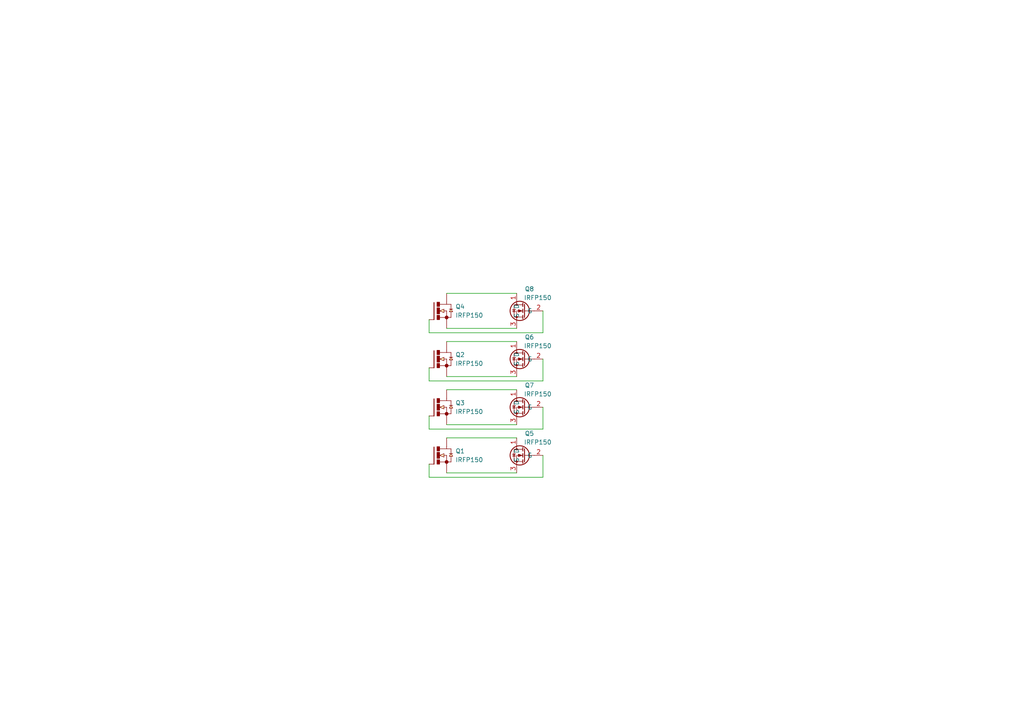
<source format=kicad_sch>
(kicad_sch (version 20211123) (generator eeschema)
  (paper "A4")
  (lib_symbols
    (symbol "Componentes proyecto:IRFP150"
      (property "Reference" "Q" (at 3.81 -2.54 0))
      (property "Value" "IRFP150" (at 6.35 0 0))
      (symbol "IRFP150_0_1"
        (circle (center -0.889 -1.27) (radius 2.794) (stroke (width 0.254)))
        (circle (center 0 -3.048) (radius 0.254) (fill (type outline)))
        (polyline (pts (xy -2.286 -1.27) (xy -5.08 -1.27)))
        (polyline (pts (xy -2.286 0.635) (xy -2.286 -3.175)) (stroke (width 0.254)))
        (polyline (pts (xy -1.778 -2.54) (xy -1.778 -3.556)) (stroke (width 0.254)))
        (polyline (pts (xy -1.778 -0.762) (xy -1.778 -1.778)) (stroke (width 0.254)))
        (polyline (pts (xy -1.778 1.016) (xy -1.778 0)) (stroke (width 0.254)))
        (polyline (pts (xy 0 1.27) (xy 0 0.508)))
        (polyline (pts (xy 0 -3.81) (xy 0 -1.27) (xy -1.778 -1.27)))
        (polyline (pts (xy -1.778 -3.048) (xy 0.762 -3.048) (xy 0.762 0.508) (xy -1.778 0.508)))
        (polyline (pts (xy -1.524 -1.27) (xy -0.508 -0.889) (xy -0.508 -1.651) (xy -1.524 -1.27)) (fill (type outline)))
        (polyline (pts (xy 0.254 -0.762) (xy 0.381 -0.889) (xy 1.143 -0.889) (xy 1.27 -1.016)))
        (polyline (pts (xy 0.762 -0.889) (xy 0.381 -1.524) (xy 1.143 -1.524) (xy 0.762 -0.889)))
        (circle (center 0 0.508) (radius 0.254) (fill (type outline)))
      )
      (symbol "IRFP150_1_1"
        (pin passive line (at 0 3.81 270) (length 2.54) (name "D") (number "1"))
        (pin input line (at -7.62 -1.27 0) (length 2.54) (name "G") (number "2"))
        (pin passive line (at 0 -6.35 90) (length 2.54) (name "S") (number "3"))
      )
    )
    (symbol "IRFP150:IRFP150" (pin_numbers hide) (pin_names (offset 1.016) hide)
      (property "Reference" "Q" (at 6.35 2.54 0))
      (property "Value" "IRFP150" (at 6.35 0 0))
      (symbol "IRFP150_0_0"
        (rectangle (start -0.254 -2.54) (end 0.508 -1.27) (fill (type outline)))
        (rectangle (start -0.254 -0.889) (end 0.508 0.889) (fill (type outline)))
        (rectangle (start -0.254 1.27) (end 0.508 2.54) (fill (type outline)))
        (polyline (pts (xy -1.1176 -2.54) (xy -2.54 -2.54)) (stroke (width 0.1524)))
        (polyline (pts (xy -1.1176 2.413) (xy -1.1176 -2.54)) (stroke (width 0.254)))
        (polyline (pts (xy 0.508 -1.905) (xy 2.54 -1.905)) (stroke (width 0.1524)))
        (polyline (pts (xy 1.651 0) (xy 2.54 0)) (stroke (width 0.1524)))
        (polyline (pts (xy 2.54 -1.905) (xy 2.54 -2.54)) (stroke (width 0.1524)))
        (polyline (pts (xy 2.54 0) (xy 2.54 -1.905)) (stroke (width 0.1524)))
        (polyline (pts (xy 2.54 1.905) (xy 0.5334 1.905)) (stroke (width 0.1524)))
        (polyline (pts (xy 2.54 2.54) (xy 2.54 1.905)) (stroke (width 0.1524)))
        (polyline (pts (xy 3.302 0.508) (xy 3.81 0.508)) (stroke (width 0.1524)))
        (polyline (pts (xy 3.81 -1.905) (xy 2.54 -1.905)) (stroke (width 0.1524)))
        (polyline (pts (xy 3.81 -1.905) (xy 3.81 -0.127)) (stroke (width 0.1524)))
        (polyline (pts (xy 3.81 0.508) (xy 3.81 1.905)) (stroke (width 0.1524)))
        (polyline (pts (xy 3.81 0.508) (xy 4.318 0.508)) (stroke (width 0.1524)))
        (polyline (pts (xy 3.81 1.905) (xy 2.54 1.905)) (stroke (width 0.1524)))
        (polyline (pts (xy 0.508 0) (xy 1.778 -0.508) (xy 1.778 0.508) (xy 0.508 0)) (stroke (width 0.1524)) (fill (type background)))
        (polyline (pts (xy 3.81 0.508) (xy 3.302 -0.254) (xy 4.318 -0.254) (xy 3.81 0.508)) (stroke (width 0.1524)) (fill (type background)))
        (circle (center 2.54 -1.905) (radius 0.127) (stroke (width 0.4064)))
        (pin passive line (at 2.54 5.08 270) (length 2.54) (name "~") (number "D"))
        (pin passive line (at -2.54 -2.54 0) (length 0) (name "~") (number "G"))
        (pin passive line (at 2.54 -5.08 90) (length 2.54) (name "~") (number "S"))
      )
    )
  )
  (wire (pts (xy 157.48 96.52) (xy 124.46 96.52)))
  (wire (pts (xy 129.54 123.19) (xy 149.86 123.19)))
  (wire (pts (xy 129.54 137.16) (xy 149.86 137.16)))
  (wire (pts (xy 157.48 124.46) (xy 124.46 124.46)))
  (wire (pts (xy 129.54 113.03) (xy 149.86 113.03)))
  (wire (pts (xy 157.48 132.08) (xy 157.48 138.43)))
  (wire (pts (xy 157.48 118.11) (xy 157.48 124.46)))
  (wire (pts (xy 124.46 110.49) (xy 124.46 106.68)))
  (wire (pts (xy 124.46 138.43) (xy 124.46 134.62)))
  (wire (pts (xy 157.48 110.49) (xy 124.46 110.49)))
  (wire (pts (xy 129.54 127) (xy 149.86 127)))
  (wire (pts (xy 157.48 138.43) (xy 124.46 138.43)))
  (wire (pts (xy 129.54 95.25) (xy 149.86 95.25)))
  (wire (pts (xy 124.46 96.52) (xy 124.46 92.71)))
  (wire (pts (xy 157.48 104.14) (xy 157.48 110.49)))
  (wire (pts (xy 129.54 109.22) (xy 149.86 109.22)))
  (wire (pts (xy 129.54 85.09) (xy 149.86 85.09)))
  (wire (pts (xy 124.46 124.46) (xy 124.46 120.65)))
  (wire (pts (xy 157.48 90.17) (xy 157.48 96.52)))
  (wire (pts (xy 129.54 99.06) (xy 149.86 99.06)))
  (symbol (lib_id "Componentes proyecto:IRFP150") (at 149.86 102.87 0) (mirror y) (unit 1)
    (property "Reference" "Q6" (at 154.94 97.79 0) (effects (justify left)))
    (property "Value" "IRFP150" (at 160.02 100.33 0) (effects (justify left)))
    (property "Footprint" "Package_TO_SOT_THT:TO-247-3_Vertical" (effects hide))
  )
  (symbol (lib_id "Componentes proyecto:IRFP150") (at 149.86 88.9 0) (mirror y) (unit 1)
    (property "Reference" "Q8" (at 154.94 83.82 0) (effects (justify left)))
    (property "Value" "IRFP150" (at 160.02 86.36 0) (effects (justify left)))
    (property "Footprint" "Package_TO_SOT_THT:TO-247-3_Vertical" (effects hide))
  )
  (symbol (lib_id "Componentes proyecto:IRFP150") (at 149.86 130.81 0) (mirror y) (unit 1)
    (property "Reference" "Q5" (at 154.94 125.73 0) (effects (justify left)))
    (property "Value" "IRFP150" (at 160.02 128.27 0) (effects (justify left)))
    (property "Footprint" "Package_TO_SOT_THT:TO-247-3_Vertical" (effects hide))
  )
  (symbol (lib_id "IRFP150:IRFP150") (at 127 104.14 0) (unit 1)
    (property "Reference" "Q2" (at 132.08 102.8953 0) (effects (justify left)))
    (property "Value" "IRFP150" (at 132.08 105.4353 0) (effects (justify left)))
    (property "Footprint" "IRFP150:TO247BV" (effects hide))
  )
  (symbol (lib_id "IRFP150:IRFP150") (at 127 132.08 0) (unit 1)
    (property "Reference" "Q1" (at 132.08 130.8353 0) (effects (justify left)))
    (property "Value" "IRFP150" (at 132.08 133.3753 0) (effects (justify left)))
    (property "Footprint" "IRFP150:TO247BV" (effects hide))
  )
  (symbol (lib_id "IRFP150:IRFP150") (at 127 118.11 0) (unit 1)
    (property "Reference" "Q3" (at 132.08 116.8653 0) (effects (justify left)))
    (property "Value" "IRFP150" (at 132.08 119.4053 0) (effects (justify left)))
    (property "Footprint" "IRFP150:TO247BV" (effects hide))
  )
  (symbol (lib_id "Componentes proyecto:IRFP150") (at 149.86 116.84 0) (mirror y) (unit 1)
    (property "Reference" "Q7" (at 154.94 111.76 0) (effects (justify left)))
    (property "Value" "IRFP150" (at 160.02 114.3 0) (effects (justify left)))
    (property "Footprint" "Package_TO_SOT_THT:TO-247-3_Vertical" (effects hide))
  )
  (symbol (lib_id "IRFP150:IRFP150") (at 127 90.17 0) (unit 1)
    (property "Reference" "Q4" (at 132.08 88.9253 0) (effects (justify left)))
    (property "Value" "IRFP150" (at 132.08 91.4653 0) (effects (justify left)))
    (property "Footprint" "IRFP150:TO247BV" (effects hide))
  )
)
</source>
